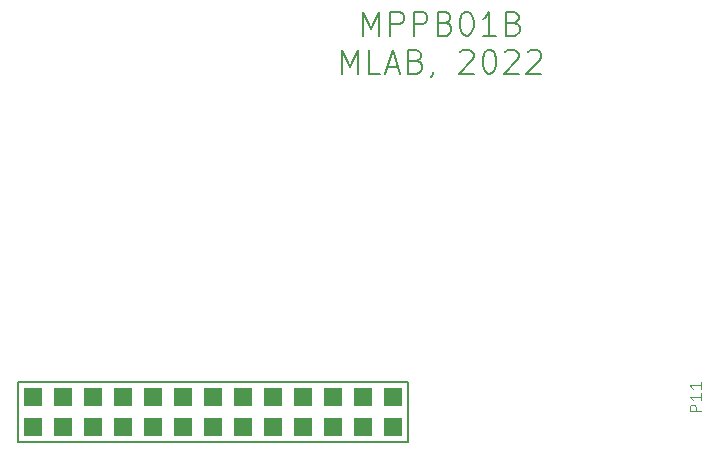
<source format=gbr>
%TF.GenerationSoftware,KiCad,Pcbnew,7.0.5.1-1-g8f565ef7f0-dirty-deb11*%
%TF.CreationDate,2023-07-22T00:16:10+00:00*%
%TF.ProjectId,MPPB01,4d505042-3031-42e6-9b69-6361645f7063,**%
%TF.SameCoordinates,Original*%
%TF.FileFunction,Legend,Top*%
%TF.FilePolarity,Positive*%
%FSLAX46Y46*%
G04 Gerber Fmt 4.6, Leading zero omitted, Abs format (unit mm)*
G04 Created by KiCad (PCBNEW 7.0.5.1-1-g8f565ef7f0-dirty-deb11) date 2023-07-22 00:16:10*
%MOMM*%
%LPD*%
G01*
G04 APERTURE LIST*
%ADD10C,0.200000*%
%ADD11C,0.100000*%
%ADD12C,0.150000*%
%ADD13R,1.524000X1.524000*%
G04 APERTURE END LIST*
D10*
X43948571Y36935162D02*
X43948571Y38935162D01*
X43948571Y38935162D02*
X44615238Y37506591D01*
X44615238Y37506591D02*
X45281904Y38935162D01*
X45281904Y38935162D02*
X45281904Y36935162D01*
X46234285Y36935162D02*
X46234285Y38935162D01*
X46234285Y38935162D02*
X46996190Y38935162D01*
X46996190Y38935162D02*
X47186666Y38839924D01*
X47186666Y38839924D02*
X47281904Y38744686D01*
X47281904Y38744686D02*
X47377142Y38554210D01*
X47377142Y38554210D02*
X47377142Y38268496D01*
X47377142Y38268496D02*
X47281904Y38078020D01*
X47281904Y38078020D02*
X47186666Y37982781D01*
X47186666Y37982781D02*
X46996190Y37887543D01*
X46996190Y37887543D02*
X46234285Y37887543D01*
X48234285Y36935162D02*
X48234285Y38935162D01*
X48234285Y38935162D02*
X48996190Y38935162D01*
X48996190Y38935162D02*
X49186666Y38839924D01*
X49186666Y38839924D02*
X49281904Y38744686D01*
X49281904Y38744686D02*
X49377142Y38554210D01*
X49377142Y38554210D02*
X49377142Y38268496D01*
X49377142Y38268496D02*
X49281904Y38078020D01*
X49281904Y38078020D02*
X49186666Y37982781D01*
X49186666Y37982781D02*
X48996190Y37887543D01*
X48996190Y37887543D02*
X48234285Y37887543D01*
X50900952Y37982781D02*
X51186666Y37887543D01*
X51186666Y37887543D02*
X51281904Y37792305D01*
X51281904Y37792305D02*
X51377142Y37601829D01*
X51377142Y37601829D02*
X51377142Y37316115D01*
X51377142Y37316115D02*
X51281904Y37125639D01*
X51281904Y37125639D02*
X51186666Y37030400D01*
X51186666Y37030400D02*
X50996190Y36935162D01*
X50996190Y36935162D02*
X50234285Y36935162D01*
X50234285Y36935162D02*
X50234285Y38935162D01*
X50234285Y38935162D02*
X50900952Y38935162D01*
X50900952Y38935162D02*
X51091428Y38839924D01*
X51091428Y38839924D02*
X51186666Y38744686D01*
X51186666Y38744686D02*
X51281904Y38554210D01*
X51281904Y38554210D02*
X51281904Y38363734D01*
X51281904Y38363734D02*
X51186666Y38173258D01*
X51186666Y38173258D02*
X51091428Y38078020D01*
X51091428Y38078020D02*
X50900952Y37982781D01*
X50900952Y37982781D02*
X50234285Y37982781D01*
X52615237Y38935162D02*
X52805714Y38935162D01*
X52805714Y38935162D02*
X52996190Y38839924D01*
X52996190Y38839924D02*
X53091428Y38744686D01*
X53091428Y38744686D02*
X53186666Y38554210D01*
X53186666Y38554210D02*
X53281904Y38173258D01*
X53281904Y38173258D02*
X53281904Y37697067D01*
X53281904Y37697067D02*
X53186666Y37316115D01*
X53186666Y37316115D02*
X53091428Y37125639D01*
X53091428Y37125639D02*
X52996190Y37030400D01*
X52996190Y37030400D02*
X52805714Y36935162D01*
X52805714Y36935162D02*
X52615237Y36935162D01*
X52615237Y36935162D02*
X52424761Y37030400D01*
X52424761Y37030400D02*
X52329523Y37125639D01*
X52329523Y37125639D02*
X52234285Y37316115D01*
X52234285Y37316115D02*
X52139047Y37697067D01*
X52139047Y37697067D02*
X52139047Y38173258D01*
X52139047Y38173258D02*
X52234285Y38554210D01*
X52234285Y38554210D02*
X52329523Y38744686D01*
X52329523Y38744686D02*
X52424761Y38839924D01*
X52424761Y38839924D02*
X52615237Y38935162D01*
X55186666Y36935162D02*
X54043809Y36935162D01*
X54615237Y36935162D02*
X54615237Y38935162D01*
X54615237Y38935162D02*
X54424761Y38649448D01*
X54424761Y38649448D02*
X54234285Y38458972D01*
X54234285Y38458972D02*
X54043809Y38363734D01*
X56710476Y37982781D02*
X56996190Y37887543D01*
X56996190Y37887543D02*
X57091428Y37792305D01*
X57091428Y37792305D02*
X57186666Y37601829D01*
X57186666Y37601829D02*
X57186666Y37316115D01*
X57186666Y37316115D02*
X57091428Y37125639D01*
X57091428Y37125639D02*
X56996190Y37030400D01*
X56996190Y37030400D02*
X56805714Y36935162D01*
X56805714Y36935162D02*
X56043809Y36935162D01*
X56043809Y36935162D02*
X56043809Y38935162D01*
X56043809Y38935162D02*
X56710476Y38935162D01*
X56710476Y38935162D02*
X56900952Y38839924D01*
X56900952Y38839924D02*
X56996190Y38744686D01*
X56996190Y38744686D02*
X57091428Y38554210D01*
X57091428Y38554210D02*
X57091428Y38363734D01*
X57091428Y38363734D02*
X56996190Y38173258D01*
X56996190Y38173258D02*
X56900952Y38078020D01*
X56900952Y38078020D02*
X56710476Y37982781D01*
X56710476Y37982781D02*
X56043809Y37982781D01*
X42139047Y33715162D02*
X42139047Y35715162D01*
X42139047Y35715162D02*
X42805714Y34286591D01*
X42805714Y34286591D02*
X43472380Y35715162D01*
X43472380Y35715162D02*
X43472380Y33715162D01*
X45377142Y33715162D02*
X44424761Y33715162D01*
X44424761Y33715162D02*
X44424761Y35715162D01*
X45948571Y34286591D02*
X46900952Y34286591D01*
X45758095Y33715162D02*
X46424761Y35715162D01*
X46424761Y35715162D02*
X47091428Y33715162D01*
X48424762Y34762781D02*
X48710476Y34667543D01*
X48710476Y34667543D02*
X48805714Y34572305D01*
X48805714Y34572305D02*
X48900952Y34381829D01*
X48900952Y34381829D02*
X48900952Y34096115D01*
X48900952Y34096115D02*
X48805714Y33905639D01*
X48805714Y33905639D02*
X48710476Y33810400D01*
X48710476Y33810400D02*
X48520000Y33715162D01*
X48520000Y33715162D02*
X47758095Y33715162D01*
X47758095Y33715162D02*
X47758095Y35715162D01*
X47758095Y35715162D02*
X48424762Y35715162D01*
X48424762Y35715162D02*
X48615238Y35619924D01*
X48615238Y35619924D02*
X48710476Y35524686D01*
X48710476Y35524686D02*
X48805714Y35334210D01*
X48805714Y35334210D02*
X48805714Y35143734D01*
X48805714Y35143734D02*
X48710476Y34953258D01*
X48710476Y34953258D02*
X48615238Y34858020D01*
X48615238Y34858020D02*
X48424762Y34762781D01*
X48424762Y34762781D02*
X47758095Y34762781D01*
X49853333Y33810400D02*
X49853333Y33715162D01*
X49853333Y33715162D02*
X49758095Y33524686D01*
X49758095Y33524686D02*
X49662857Y33429448D01*
X52139048Y35524686D02*
X52234286Y35619924D01*
X52234286Y35619924D02*
X52424762Y35715162D01*
X52424762Y35715162D02*
X52900953Y35715162D01*
X52900953Y35715162D02*
X53091429Y35619924D01*
X53091429Y35619924D02*
X53186667Y35524686D01*
X53186667Y35524686D02*
X53281905Y35334210D01*
X53281905Y35334210D02*
X53281905Y35143734D01*
X53281905Y35143734D02*
X53186667Y34858020D01*
X53186667Y34858020D02*
X52043810Y33715162D01*
X52043810Y33715162D02*
X53281905Y33715162D01*
X54520000Y35715162D02*
X54710477Y35715162D01*
X54710477Y35715162D02*
X54900953Y35619924D01*
X54900953Y35619924D02*
X54996191Y35524686D01*
X54996191Y35524686D02*
X55091429Y35334210D01*
X55091429Y35334210D02*
X55186667Y34953258D01*
X55186667Y34953258D02*
X55186667Y34477067D01*
X55186667Y34477067D02*
X55091429Y34096115D01*
X55091429Y34096115D02*
X54996191Y33905639D01*
X54996191Y33905639D02*
X54900953Y33810400D01*
X54900953Y33810400D02*
X54710477Y33715162D01*
X54710477Y33715162D02*
X54520000Y33715162D01*
X54520000Y33715162D02*
X54329524Y33810400D01*
X54329524Y33810400D02*
X54234286Y33905639D01*
X54234286Y33905639D02*
X54139048Y34096115D01*
X54139048Y34096115D02*
X54043810Y34477067D01*
X54043810Y34477067D02*
X54043810Y34953258D01*
X54043810Y34953258D02*
X54139048Y35334210D01*
X54139048Y35334210D02*
X54234286Y35524686D01*
X54234286Y35524686D02*
X54329524Y35619924D01*
X54329524Y35619924D02*
X54520000Y35715162D01*
X55948572Y35524686D02*
X56043810Y35619924D01*
X56043810Y35619924D02*
X56234286Y35715162D01*
X56234286Y35715162D02*
X56710477Y35715162D01*
X56710477Y35715162D02*
X56900953Y35619924D01*
X56900953Y35619924D02*
X56996191Y35524686D01*
X56996191Y35524686D02*
X57091429Y35334210D01*
X57091429Y35334210D02*
X57091429Y35143734D01*
X57091429Y35143734D02*
X56996191Y34858020D01*
X56996191Y34858020D02*
X55853334Y33715162D01*
X55853334Y33715162D02*
X57091429Y33715162D01*
X57853334Y35524686D02*
X57948572Y35619924D01*
X57948572Y35619924D02*
X58139048Y35715162D01*
X58139048Y35715162D02*
X58615239Y35715162D01*
X58615239Y35715162D02*
X58805715Y35619924D01*
X58805715Y35619924D02*
X58900953Y35524686D01*
X58900953Y35524686D02*
X58996191Y35334210D01*
X58996191Y35334210D02*
X58996191Y35143734D01*
X58996191Y35143734D02*
X58900953Y34858020D01*
X58900953Y34858020D02*
X57758096Y33715162D01*
X57758096Y33715162D02*
X58996191Y33715162D01*
D11*
%TO.C,P11*%
X72577419Y5125715D02*
X71577419Y5125715D01*
X71577419Y5125715D02*
X71577419Y5506667D01*
X71577419Y5506667D02*
X71625038Y5601905D01*
X71625038Y5601905D02*
X71672657Y5649524D01*
X71672657Y5649524D02*
X71767895Y5697143D01*
X71767895Y5697143D02*
X71910752Y5697143D01*
X71910752Y5697143D02*
X72005990Y5649524D01*
X72005990Y5649524D02*
X72053609Y5601905D01*
X72053609Y5601905D02*
X72101228Y5506667D01*
X72101228Y5506667D02*
X72101228Y5125715D01*
X72577419Y6649524D02*
X72577419Y6078096D01*
X72577419Y6363810D02*
X71577419Y6363810D01*
X71577419Y6363810D02*
X71720276Y6268572D01*
X71720276Y6268572D02*
X71815514Y6173334D01*
X71815514Y6173334D02*
X71863133Y6078096D01*
X72577419Y7601905D02*
X72577419Y7030477D01*
X72577419Y7316191D02*
X71577419Y7316191D01*
X71577419Y7316191D02*
X71720276Y7220953D01*
X71720276Y7220953D02*
X71815514Y7125715D01*
X71815514Y7125715D02*
X71863133Y7030477D01*
D12*
%TO.C,P7*%
X47730000Y7580000D02*
X47730000Y2500000D01*
X14710000Y7580000D02*
X47730000Y7580000D01*
X47730000Y2500000D02*
X14710000Y2500000D01*
X14710000Y2500000D02*
X14710000Y7580000D01*
%TD*%
D13*
%TO.C,P7*%
X46460000Y6310000D03*
X46460000Y3770000D03*
X43920000Y6310000D03*
X43920000Y3770000D03*
X41380000Y6310000D03*
X41380000Y3770000D03*
X38840000Y6310000D03*
X38840000Y3770000D03*
X36300000Y6310000D03*
X36300000Y3770000D03*
X33760000Y6310000D03*
X33760000Y3770000D03*
X31220000Y6310000D03*
X31220000Y3770000D03*
X28680000Y6310000D03*
X28680000Y3770000D03*
X26140000Y6310000D03*
X26140000Y3770000D03*
X23600000Y6310000D03*
X23600000Y3770000D03*
X21060000Y6310000D03*
X21060000Y3770000D03*
X18520000Y6310000D03*
X18520000Y3770000D03*
X15980000Y6310000D03*
X15980000Y3770000D03*
%TD*%
M02*

</source>
